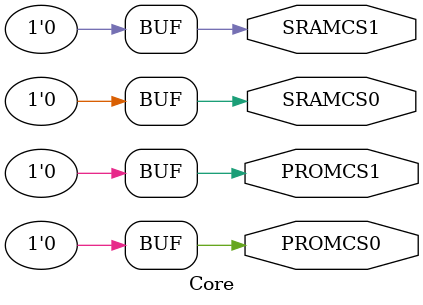
<source format=v>
module Core(
	output SRAMCS0,
	output SRAMCS1,
	output PROMCS0,
	output PROMCS1
);

assign SRAMCS0 = 0;
assign SRAMCS1 = 0;
assign PROMCS0 = 0;
assign PROMCS1 = 0;

endmodule
</source>
